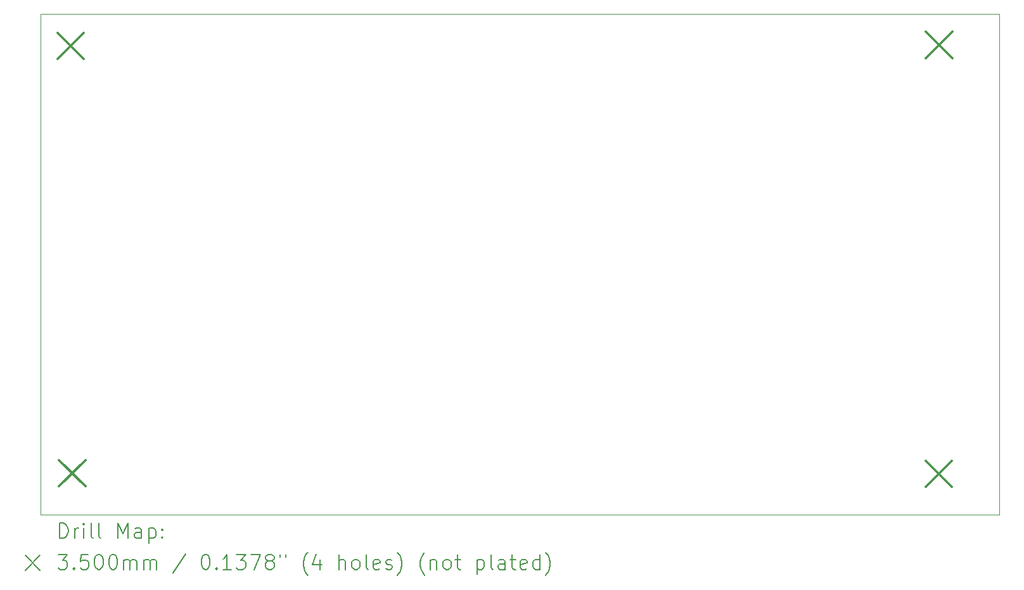
<source format=gbr>
%TF.GenerationSoftware,KiCad,Pcbnew,7.0.5*%
%TF.CreationDate,2023-11-27T09:45:24+05:30*%
%TF.ProjectId,Precharge circuit,50726563-6861-4726-9765-206369726375,rev?*%
%TF.SameCoordinates,Original*%
%TF.FileFunction,Drillmap*%
%TF.FilePolarity,Positive*%
%FSLAX45Y45*%
G04 Gerber Fmt 4.5, Leading zero omitted, Abs format (unit mm)*
G04 Created by KiCad (PCBNEW 7.0.5) date 2023-11-27 09:45:24*
%MOMM*%
%LPD*%
G01*
G04 APERTURE LIST*
%ADD10C,0.100000*%
%ADD11C,0.200000*%
%ADD12C,0.350000*%
G04 APERTURE END LIST*
D10*
X2851150Y-3009900D02*
X15660370Y-3009900D01*
X15660370Y-9702800D01*
X2851150Y-9702800D01*
X2851150Y-3009900D01*
D11*
D12*
X3078740Y-3264160D02*
X3428740Y-3614160D01*
X3428740Y-3264160D02*
X3078740Y-3614160D01*
X3101600Y-8976620D02*
X3451600Y-9326620D01*
X3451600Y-8976620D02*
X3101600Y-9326620D01*
X14681460Y-8986780D02*
X15031460Y-9336780D01*
X15031460Y-8986780D02*
X14681460Y-9336780D01*
X14684000Y-3248920D02*
X15034000Y-3598920D01*
X15034000Y-3248920D02*
X14684000Y-3598920D01*
D11*
X3106927Y-10019284D02*
X3106927Y-9819284D01*
X3106927Y-9819284D02*
X3154546Y-9819284D01*
X3154546Y-9819284D02*
X3183117Y-9828808D01*
X3183117Y-9828808D02*
X3202165Y-9847855D01*
X3202165Y-9847855D02*
X3211689Y-9866903D01*
X3211689Y-9866903D02*
X3221212Y-9904998D01*
X3221212Y-9904998D02*
X3221212Y-9933570D01*
X3221212Y-9933570D02*
X3211689Y-9971665D01*
X3211689Y-9971665D02*
X3202165Y-9990712D01*
X3202165Y-9990712D02*
X3183117Y-10009760D01*
X3183117Y-10009760D02*
X3154546Y-10019284D01*
X3154546Y-10019284D02*
X3106927Y-10019284D01*
X3306927Y-10019284D02*
X3306927Y-9885950D01*
X3306927Y-9924046D02*
X3316451Y-9904998D01*
X3316451Y-9904998D02*
X3325974Y-9895474D01*
X3325974Y-9895474D02*
X3345022Y-9885950D01*
X3345022Y-9885950D02*
X3364070Y-9885950D01*
X3430736Y-10019284D02*
X3430736Y-9885950D01*
X3430736Y-9819284D02*
X3421212Y-9828808D01*
X3421212Y-9828808D02*
X3430736Y-9838331D01*
X3430736Y-9838331D02*
X3440260Y-9828808D01*
X3440260Y-9828808D02*
X3430736Y-9819284D01*
X3430736Y-9819284D02*
X3430736Y-9838331D01*
X3554546Y-10019284D02*
X3535498Y-10009760D01*
X3535498Y-10009760D02*
X3525974Y-9990712D01*
X3525974Y-9990712D02*
X3525974Y-9819284D01*
X3659308Y-10019284D02*
X3640260Y-10009760D01*
X3640260Y-10009760D02*
X3630736Y-9990712D01*
X3630736Y-9990712D02*
X3630736Y-9819284D01*
X3887879Y-10019284D02*
X3887879Y-9819284D01*
X3887879Y-9819284D02*
X3954546Y-9962141D01*
X3954546Y-9962141D02*
X4021212Y-9819284D01*
X4021212Y-9819284D02*
X4021212Y-10019284D01*
X4202165Y-10019284D02*
X4202165Y-9914522D01*
X4202165Y-9914522D02*
X4192641Y-9895474D01*
X4192641Y-9895474D02*
X4173593Y-9885950D01*
X4173593Y-9885950D02*
X4135498Y-9885950D01*
X4135498Y-9885950D02*
X4116451Y-9895474D01*
X4202165Y-10009760D02*
X4183117Y-10019284D01*
X4183117Y-10019284D02*
X4135498Y-10019284D01*
X4135498Y-10019284D02*
X4116451Y-10009760D01*
X4116451Y-10009760D02*
X4106927Y-9990712D01*
X4106927Y-9990712D02*
X4106927Y-9971665D01*
X4106927Y-9971665D02*
X4116451Y-9952617D01*
X4116451Y-9952617D02*
X4135498Y-9943093D01*
X4135498Y-9943093D02*
X4183117Y-9943093D01*
X4183117Y-9943093D02*
X4202165Y-9933570D01*
X4297403Y-9885950D02*
X4297403Y-10085950D01*
X4297403Y-9895474D02*
X4316451Y-9885950D01*
X4316451Y-9885950D02*
X4354546Y-9885950D01*
X4354546Y-9885950D02*
X4373594Y-9895474D01*
X4373594Y-9895474D02*
X4383117Y-9904998D01*
X4383117Y-9904998D02*
X4392641Y-9924046D01*
X4392641Y-9924046D02*
X4392641Y-9981189D01*
X4392641Y-9981189D02*
X4383117Y-10000236D01*
X4383117Y-10000236D02*
X4373594Y-10009760D01*
X4373594Y-10009760D02*
X4354546Y-10019284D01*
X4354546Y-10019284D02*
X4316451Y-10019284D01*
X4316451Y-10019284D02*
X4297403Y-10009760D01*
X4478355Y-10000236D02*
X4487879Y-10009760D01*
X4487879Y-10009760D02*
X4478355Y-10019284D01*
X4478355Y-10019284D02*
X4468832Y-10009760D01*
X4468832Y-10009760D02*
X4478355Y-10000236D01*
X4478355Y-10000236D02*
X4478355Y-10019284D01*
X4478355Y-9895474D02*
X4487879Y-9904998D01*
X4487879Y-9904998D02*
X4478355Y-9914522D01*
X4478355Y-9914522D02*
X4468832Y-9904998D01*
X4468832Y-9904998D02*
X4478355Y-9895474D01*
X4478355Y-9895474D02*
X4478355Y-9914522D01*
X2646150Y-10247800D02*
X2846150Y-10447800D01*
X2846150Y-10247800D02*
X2646150Y-10447800D01*
X3087879Y-10239284D02*
X3211689Y-10239284D01*
X3211689Y-10239284D02*
X3145022Y-10315474D01*
X3145022Y-10315474D02*
X3173593Y-10315474D01*
X3173593Y-10315474D02*
X3192641Y-10324998D01*
X3192641Y-10324998D02*
X3202165Y-10334522D01*
X3202165Y-10334522D02*
X3211689Y-10353570D01*
X3211689Y-10353570D02*
X3211689Y-10401189D01*
X3211689Y-10401189D02*
X3202165Y-10420236D01*
X3202165Y-10420236D02*
X3192641Y-10429760D01*
X3192641Y-10429760D02*
X3173593Y-10439284D01*
X3173593Y-10439284D02*
X3116451Y-10439284D01*
X3116451Y-10439284D02*
X3097403Y-10429760D01*
X3097403Y-10429760D02*
X3087879Y-10420236D01*
X3297403Y-10420236D02*
X3306927Y-10429760D01*
X3306927Y-10429760D02*
X3297403Y-10439284D01*
X3297403Y-10439284D02*
X3287879Y-10429760D01*
X3287879Y-10429760D02*
X3297403Y-10420236D01*
X3297403Y-10420236D02*
X3297403Y-10439284D01*
X3487879Y-10239284D02*
X3392641Y-10239284D01*
X3392641Y-10239284D02*
X3383117Y-10334522D01*
X3383117Y-10334522D02*
X3392641Y-10324998D01*
X3392641Y-10324998D02*
X3411689Y-10315474D01*
X3411689Y-10315474D02*
X3459308Y-10315474D01*
X3459308Y-10315474D02*
X3478355Y-10324998D01*
X3478355Y-10324998D02*
X3487879Y-10334522D01*
X3487879Y-10334522D02*
X3497403Y-10353570D01*
X3497403Y-10353570D02*
X3497403Y-10401189D01*
X3497403Y-10401189D02*
X3487879Y-10420236D01*
X3487879Y-10420236D02*
X3478355Y-10429760D01*
X3478355Y-10429760D02*
X3459308Y-10439284D01*
X3459308Y-10439284D02*
X3411689Y-10439284D01*
X3411689Y-10439284D02*
X3392641Y-10429760D01*
X3392641Y-10429760D02*
X3383117Y-10420236D01*
X3621212Y-10239284D02*
X3640260Y-10239284D01*
X3640260Y-10239284D02*
X3659308Y-10248808D01*
X3659308Y-10248808D02*
X3668832Y-10258331D01*
X3668832Y-10258331D02*
X3678355Y-10277379D01*
X3678355Y-10277379D02*
X3687879Y-10315474D01*
X3687879Y-10315474D02*
X3687879Y-10363093D01*
X3687879Y-10363093D02*
X3678355Y-10401189D01*
X3678355Y-10401189D02*
X3668832Y-10420236D01*
X3668832Y-10420236D02*
X3659308Y-10429760D01*
X3659308Y-10429760D02*
X3640260Y-10439284D01*
X3640260Y-10439284D02*
X3621212Y-10439284D01*
X3621212Y-10439284D02*
X3602165Y-10429760D01*
X3602165Y-10429760D02*
X3592641Y-10420236D01*
X3592641Y-10420236D02*
X3583117Y-10401189D01*
X3583117Y-10401189D02*
X3573593Y-10363093D01*
X3573593Y-10363093D02*
X3573593Y-10315474D01*
X3573593Y-10315474D02*
X3583117Y-10277379D01*
X3583117Y-10277379D02*
X3592641Y-10258331D01*
X3592641Y-10258331D02*
X3602165Y-10248808D01*
X3602165Y-10248808D02*
X3621212Y-10239284D01*
X3811689Y-10239284D02*
X3830736Y-10239284D01*
X3830736Y-10239284D02*
X3849784Y-10248808D01*
X3849784Y-10248808D02*
X3859308Y-10258331D01*
X3859308Y-10258331D02*
X3868832Y-10277379D01*
X3868832Y-10277379D02*
X3878355Y-10315474D01*
X3878355Y-10315474D02*
X3878355Y-10363093D01*
X3878355Y-10363093D02*
X3868832Y-10401189D01*
X3868832Y-10401189D02*
X3859308Y-10420236D01*
X3859308Y-10420236D02*
X3849784Y-10429760D01*
X3849784Y-10429760D02*
X3830736Y-10439284D01*
X3830736Y-10439284D02*
X3811689Y-10439284D01*
X3811689Y-10439284D02*
X3792641Y-10429760D01*
X3792641Y-10429760D02*
X3783117Y-10420236D01*
X3783117Y-10420236D02*
X3773593Y-10401189D01*
X3773593Y-10401189D02*
X3764070Y-10363093D01*
X3764070Y-10363093D02*
X3764070Y-10315474D01*
X3764070Y-10315474D02*
X3773593Y-10277379D01*
X3773593Y-10277379D02*
X3783117Y-10258331D01*
X3783117Y-10258331D02*
X3792641Y-10248808D01*
X3792641Y-10248808D02*
X3811689Y-10239284D01*
X3964070Y-10439284D02*
X3964070Y-10305950D01*
X3964070Y-10324998D02*
X3973593Y-10315474D01*
X3973593Y-10315474D02*
X3992641Y-10305950D01*
X3992641Y-10305950D02*
X4021213Y-10305950D01*
X4021213Y-10305950D02*
X4040260Y-10315474D01*
X4040260Y-10315474D02*
X4049784Y-10334522D01*
X4049784Y-10334522D02*
X4049784Y-10439284D01*
X4049784Y-10334522D02*
X4059308Y-10315474D01*
X4059308Y-10315474D02*
X4078355Y-10305950D01*
X4078355Y-10305950D02*
X4106927Y-10305950D01*
X4106927Y-10305950D02*
X4125974Y-10315474D01*
X4125974Y-10315474D02*
X4135498Y-10334522D01*
X4135498Y-10334522D02*
X4135498Y-10439284D01*
X4230736Y-10439284D02*
X4230736Y-10305950D01*
X4230736Y-10324998D02*
X4240260Y-10315474D01*
X4240260Y-10315474D02*
X4259308Y-10305950D01*
X4259308Y-10305950D02*
X4287879Y-10305950D01*
X4287879Y-10305950D02*
X4306927Y-10315474D01*
X4306927Y-10315474D02*
X4316451Y-10334522D01*
X4316451Y-10334522D02*
X4316451Y-10439284D01*
X4316451Y-10334522D02*
X4325975Y-10315474D01*
X4325975Y-10315474D02*
X4345022Y-10305950D01*
X4345022Y-10305950D02*
X4373594Y-10305950D01*
X4373594Y-10305950D02*
X4392641Y-10315474D01*
X4392641Y-10315474D02*
X4402165Y-10334522D01*
X4402165Y-10334522D02*
X4402165Y-10439284D01*
X4792641Y-10229760D02*
X4621213Y-10486903D01*
X5049784Y-10239284D02*
X5068832Y-10239284D01*
X5068832Y-10239284D02*
X5087879Y-10248808D01*
X5087879Y-10248808D02*
X5097403Y-10258331D01*
X5097403Y-10258331D02*
X5106927Y-10277379D01*
X5106927Y-10277379D02*
X5116451Y-10315474D01*
X5116451Y-10315474D02*
X5116451Y-10363093D01*
X5116451Y-10363093D02*
X5106927Y-10401189D01*
X5106927Y-10401189D02*
X5097403Y-10420236D01*
X5097403Y-10420236D02*
X5087879Y-10429760D01*
X5087879Y-10429760D02*
X5068832Y-10439284D01*
X5068832Y-10439284D02*
X5049784Y-10439284D01*
X5049784Y-10439284D02*
X5030737Y-10429760D01*
X5030737Y-10429760D02*
X5021213Y-10420236D01*
X5021213Y-10420236D02*
X5011689Y-10401189D01*
X5011689Y-10401189D02*
X5002165Y-10363093D01*
X5002165Y-10363093D02*
X5002165Y-10315474D01*
X5002165Y-10315474D02*
X5011689Y-10277379D01*
X5011689Y-10277379D02*
X5021213Y-10258331D01*
X5021213Y-10258331D02*
X5030737Y-10248808D01*
X5030737Y-10248808D02*
X5049784Y-10239284D01*
X5202165Y-10420236D02*
X5211689Y-10429760D01*
X5211689Y-10429760D02*
X5202165Y-10439284D01*
X5202165Y-10439284D02*
X5192641Y-10429760D01*
X5192641Y-10429760D02*
X5202165Y-10420236D01*
X5202165Y-10420236D02*
X5202165Y-10439284D01*
X5402165Y-10439284D02*
X5287879Y-10439284D01*
X5345022Y-10439284D02*
X5345022Y-10239284D01*
X5345022Y-10239284D02*
X5325975Y-10267855D01*
X5325975Y-10267855D02*
X5306927Y-10286903D01*
X5306927Y-10286903D02*
X5287879Y-10296427D01*
X5468832Y-10239284D02*
X5592641Y-10239284D01*
X5592641Y-10239284D02*
X5525975Y-10315474D01*
X5525975Y-10315474D02*
X5554546Y-10315474D01*
X5554546Y-10315474D02*
X5573594Y-10324998D01*
X5573594Y-10324998D02*
X5583118Y-10334522D01*
X5583118Y-10334522D02*
X5592641Y-10353570D01*
X5592641Y-10353570D02*
X5592641Y-10401189D01*
X5592641Y-10401189D02*
X5583118Y-10420236D01*
X5583118Y-10420236D02*
X5573594Y-10429760D01*
X5573594Y-10429760D02*
X5554546Y-10439284D01*
X5554546Y-10439284D02*
X5497403Y-10439284D01*
X5497403Y-10439284D02*
X5478356Y-10429760D01*
X5478356Y-10429760D02*
X5468832Y-10420236D01*
X5659308Y-10239284D02*
X5792641Y-10239284D01*
X5792641Y-10239284D02*
X5706927Y-10439284D01*
X5897403Y-10324998D02*
X5878356Y-10315474D01*
X5878356Y-10315474D02*
X5868832Y-10305950D01*
X5868832Y-10305950D02*
X5859308Y-10286903D01*
X5859308Y-10286903D02*
X5859308Y-10277379D01*
X5859308Y-10277379D02*
X5868832Y-10258331D01*
X5868832Y-10258331D02*
X5878356Y-10248808D01*
X5878356Y-10248808D02*
X5897403Y-10239284D01*
X5897403Y-10239284D02*
X5935498Y-10239284D01*
X5935498Y-10239284D02*
X5954546Y-10248808D01*
X5954546Y-10248808D02*
X5964070Y-10258331D01*
X5964070Y-10258331D02*
X5973594Y-10277379D01*
X5973594Y-10277379D02*
X5973594Y-10286903D01*
X5973594Y-10286903D02*
X5964070Y-10305950D01*
X5964070Y-10305950D02*
X5954546Y-10315474D01*
X5954546Y-10315474D02*
X5935498Y-10324998D01*
X5935498Y-10324998D02*
X5897403Y-10324998D01*
X5897403Y-10324998D02*
X5878356Y-10334522D01*
X5878356Y-10334522D02*
X5868832Y-10344046D01*
X5868832Y-10344046D02*
X5859308Y-10363093D01*
X5859308Y-10363093D02*
X5859308Y-10401189D01*
X5859308Y-10401189D02*
X5868832Y-10420236D01*
X5868832Y-10420236D02*
X5878356Y-10429760D01*
X5878356Y-10429760D02*
X5897403Y-10439284D01*
X5897403Y-10439284D02*
X5935498Y-10439284D01*
X5935498Y-10439284D02*
X5954546Y-10429760D01*
X5954546Y-10429760D02*
X5964070Y-10420236D01*
X5964070Y-10420236D02*
X5973594Y-10401189D01*
X5973594Y-10401189D02*
X5973594Y-10363093D01*
X5973594Y-10363093D02*
X5964070Y-10344046D01*
X5964070Y-10344046D02*
X5954546Y-10334522D01*
X5954546Y-10334522D02*
X5935498Y-10324998D01*
X6049784Y-10239284D02*
X6049784Y-10277379D01*
X6125975Y-10239284D02*
X6125975Y-10277379D01*
X6421213Y-10515474D02*
X6411689Y-10505950D01*
X6411689Y-10505950D02*
X6392641Y-10477379D01*
X6392641Y-10477379D02*
X6383118Y-10458331D01*
X6383118Y-10458331D02*
X6373594Y-10429760D01*
X6373594Y-10429760D02*
X6364070Y-10382141D01*
X6364070Y-10382141D02*
X6364070Y-10344046D01*
X6364070Y-10344046D02*
X6373594Y-10296427D01*
X6373594Y-10296427D02*
X6383118Y-10267855D01*
X6383118Y-10267855D02*
X6392641Y-10248808D01*
X6392641Y-10248808D02*
X6411689Y-10220236D01*
X6411689Y-10220236D02*
X6421213Y-10210712D01*
X6583118Y-10305950D02*
X6583118Y-10439284D01*
X6535498Y-10229760D02*
X6487879Y-10372617D01*
X6487879Y-10372617D02*
X6611689Y-10372617D01*
X6840260Y-10439284D02*
X6840260Y-10239284D01*
X6925975Y-10439284D02*
X6925975Y-10334522D01*
X6925975Y-10334522D02*
X6916451Y-10315474D01*
X6916451Y-10315474D02*
X6897403Y-10305950D01*
X6897403Y-10305950D02*
X6868832Y-10305950D01*
X6868832Y-10305950D02*
X6849784Y-10315474D01*
X6849784Y-10315474D02*
X6840260Y-10324998D01*
X7049784Y-10439284D02*
X7030737Y-10429760D01*
X7030737Y-10429760D02*
X7021213Y-10420236D01*
X7021213Y-10420236D02*
X7011689Y-10401189D01*
X7011689Y-10401189D02*
X7011689Y-10344046D01*
X7011689Y-10344046D02*
X7021213Y-10324998D01*
X7021213Y-10324998D02*
X7030737Y-10315474D01*
X7030737Y-10315474D02*
X7049784Y-10305950D01*
X7049784Y-10305950D02*
X7078356Y-10305950D01*
X7078356Y-10305950D02*
X7097403Y-10315474D01*
X7097403Y-10315474D02*
X7106927Y-10324998D01*
X7106927Y-10324998D02*
X7116451Y-10344046D01*
X7116451Y-10344046D02*
X7116451Y-10401189D01*
X7116451Y-10401189D02*
X7106927Y-10420236D01*
X7106927Y-10420236D02*
X7097403Y-10429760D01*
X7097403Y-10429760D02*
X7078356Y-10439284D01*
X7078356Y-10439284D02*
X7049784Y-10439284D01*
X7230737Y-10439284D02*
X7211689Y-10429760D01*
X7211689Y-10429760D02*
X7202165Y-10410712D01*
X7202165Y-10410712D02*
X7202165Y-10239284D01*
X7383118Y-10429760D02*
X7364070Y-10439284D01*
X7364070Y-10439284D02*
X7325975Y-10439284D01*
X7325975Y-10439284D02*
X7306927Y-10429760D01*
X7306927Y-10429760D02*
X7297403Y-10410712D01*
X7297403Y-10410712D02*
X7297403Y-10334522D01*
X7297403Y-10334522D02*
X7306927Y-10315474D01*
X7306927Y-10315474D02*
X7325975Y-10305950D01*
X7325975Y-10305950D02*
X7364070Y-10305950D01*
X7364070Y-10305950D02*
X7383118Y-10315474D01*
X7383118Y-10315474D02*
X7392641Y-10334522D01*
X7392641Y-10334522D02*
X7392641Y-10353570D01*
X7392641Y-10353570D02*
X7297403Y-10372617D01*
X7468832Y-10429760D02*
X7487880Y-10439284D01*
X7487880Y-10439284D02*
X7525975Y-10439284D01*
X7525975Y-10439284D02*
X7545022Y-10429760D01*
X7545022Y-10429760D02*
X7554546Y-10410712D01*
X7554546Y-10410712D02*
X7554546Y-10401189D01*
X7554546Y-10401189D02*
X7545022Y-10382141D01*
X7545022Y-10382141D02*
X7525975Y-10372617D01*
X7525975Y-10372617D02*
X7497403Y-10372617D01*
X7497403Y-10372617D02*
X7478356Y-10363093D01*
X7478356Y-10363093D02*
X7468832Y-10344046D01*
X7468832Y-10344046D02*
X7468832Y-10334522D01*
X7468832Y-10334522D02*
X7478356Y-10315474D01*
X7478356Y-10315474D02*
X7497403Y-10305950D01*
X7497403Y-10305950D02*
X7525975Y-10305950D01*
X7525975Y-10305950D02*
X7545022Y-10315474D01*
X7621213Y-10515474D02*
X7630737Y-10505950D01*
X7630737Y-10505950D02*
X7649784Y-10477379D01*
X7649784Y-10477379D02*
X7659308Y-10458331D01*
X7659308Y-10458331D02*
X7668832Y-10429760D01*
X7668832Y-10429760D02*
X7678356Y-10382141D01*
X7678356Y-10382141D02*
X7678356Y-10344046D01*
X7678356Y-10344046D02*
X7668832Y-10296427D01*
X7668832Y-10296427D02*
X7659308Y-10267855D01*
X7659308Y-10267855D02*
X7649784Y-10248808D01*
X7649784Y-10248808D02*
X7630737Y-10220236D01*
X7630737Y-10220236D02*
X7621213Y-10210712D01*
X7983118Y-10515474D02*
X7973594Y-10505950D01*
X7973594Y-10505950D02*
X7954546Y-10477379D01*
X7954546Y-10477379D02*
X7945022Y-10458331D01*
X7945022Y-10458331D02*
X7935499Y-10429760D01*
X7935499Y-10429760D02*
X7925975Y-10382141D01*
X7925975Y-10382141D02*
X7925975Y-10344046D01*
X7925975Y-10344046D02*
X7935499Y-10296427D01*
X7935499Y-10296427D02*
X7945022Y-10267855D01*
X7945022Y-10267855D02*
X7954546Y-10248808D01*
X7954546Y-10248808D02*
X7973594Y-10220236D01*
X7973594Y-10220236D02*
X7983118Y-10210712D01*
X8059308Y-10305950D02*
X8059308Y-10439284D01*
X8059308Y-10324998D02*
X8068832Y-10315474D01*
X8068832Y-10315474D02*
X8087880Y-10305950D01*
X8087880Y-10305950D02*
X8116451Y-10305950D01*
X8116451Y-10305950D02*
X8135499Y-10315474D01*
X8135499Y-10315474D02*
X8145022Y-10334522D01*
X8145022Y-10334522D02*
X8145022Y-10439284D01*
X8268832Y-10439284D02*
X8249784Y-10429760D01*
X8249784Y-10429760D02*
X8240261Y-10420236D01*
X8240261Y-10420236D02*
X8230737Y-10401189D01*
X8230737Y-10401189D02*
X8230737Y-10344046D01*
X8230737Y-10344046D02*
X8240261Y-10324998D01*
X8240261Y-10324998D02*
X8249784Y-10315474D01*
X8249784Y-10315474D02*
X8268832Y-10305950D01*
X8268832Y-10305950D02*
X8297403Y-10305950D01*
X8297403Y-10305950D02*
X8316451Y-10315474D01*
X8316451Y-10315474D02*
X8325975Y-10324998D01*
X8325975Y-10324998D02*
X8335499Y-10344046D01*
X8335499Y-10344046D02*
X8335499Y-10401189D01*
X8335499Y-10401189D02*
X8325975Y-10420236D01*
X8325975Y-10420236D02*
X8316451Y-10429760D01*
X8316451Y-10429760D02*
X8297403Y-10439284D01*
X8297403Y-10439284D02*
X8268832Y-10439284D01*
X8392642Y-10305950D02*
X8468832Y-10305950D01*
X8421213Y-10239284D02*
X8421213Y-10410712D01*
X8421213Y-10410712D02*
X8430737Y-10429760D01*
X8430737Y-10429760D02*
X8449784Y-10439284D01*
X8449784Y-10439284D02*
X8468832Y-10439284D01*
X8687880Y-10305950D02*
X8687880Y-10505950D01*
X8687880Y-10315474D02*
X8706927Y-10305950D01*
X8706927Y-10305950D02*
X8745023Y-10305950D01*
X8745023Y-10305950D02*
X8764070Y-10315474D01*
X8764070Y-10315474D02*
X8773594Y-10324998D01*
X8773594Y-10324998D02*
X8783118Y-10344046D01*
X8783118Y-10344046D02*
X8783118Y-10401189D01*
X8783118Y-10401189D02*
X8773594Y-10420236D01*
X8773594Y-10420236D02*
X8764070Y-10429760D01*
X8764070Y-10429760D02*
X8745023Y-10439284D01*
X8745023Y-10439284D02*
X8706927Y-10439284D01*
X8706927Y-10439284D02*
X8687880Y-10429760D01*
X8897404Y-10439284D02*
X8878356Y-10429760D01*
X8878356Y-10429760D02*
X8868832Y-10410712D01*
X8868832Y-10410712D02*
X8868832Y-10239284D01*
X9059308Y-10439284D02*
X9059308Y-10334522D01*
X9059308Y-10334522D02*
X9049785Y-10315474D01*
X9049785Y-10315474D02*
X9030737Y-10305950D01*
X9030737Y-10305950D02*
X8992642Y-10305950D01*
X8992642Y-10305950D02*
X8973594Y-10315474D01*
X9059308Y-10429760D02*
X9040261Y-10439284D01*
X9040261Y-10439284D02*
X8992642Y-10439284D01*
X8992642Y-10439284D02*
X8973594Y-10429760D01*
X8973594Y-10429760D02*
X8964070Y-10410712D01*
X8964070Y-10410712D02*
X8964070Y-10391665D01*
X8964070Y-10391665D02*
X8973594Y-10372617D01*
X8973594Y-10372617D02*
X8992642Y-10363093D01*
X8992642Y-10363093D02*
X9040261Y-10363093D01*
X9040261Y-10363093D02*
X9059308Y-10353570D01*
X9125975Y-10305950D02*
X9202165Y-10305950D01*
X9154546Y-10239284D02*
X9154546Y-10410712D01*
X9154546Y-10410712D02*
X9164070Y-10429760D01*
X9164070Y-10429760D02*
X9183118Y-10439284D01*
X9183118Y-10439284D02*
X9202165Y-10439284D01*
X9345023Y-10429760D02*
X9325975Y-10439284D01*
X9325975Y-10439284D02*
X9287880Y-10439284D01*
X9287880Y-10439284D02*
X9268832Y-10429760D01*
X9268832Y-10429760D02*
X9259308Y-10410712D01*
X9259308Y-10410712D02*
X9259308Y-10334522D01*
X9259308Y-10334522D02*
X9268832Y-10315474D01*
X9268832Y-10315474D02*
X9287880Y-10305950D01*
X9287880Y-10305950D02*
X9325975Y-10305950D01*
X9325975Y-10305950D02*
X9345023Y-10315474D01*
X9345023Y-10315474D02*
X9354546Y-10334522D01*
X9354546Y-10334522D02*
X9354546Y-10353570D01*
X9354546Y-10353570D02*
X9259308Y-10372617D01*
X9525975Y-10439284D02*
X9525975Y-10239284D01*
X9525975Y-10429760D02*
X9506927Y-10439284D01*
X9506927Y-10439284D02*
X9468832Y-10439284D01*
X9468832Y-10439284D02*
X9449785Y-10429760D01*
X9449785Y-10429760D02*
X9440261Y-10420236D01*
X9440261Y-10420236D02*
X9430737Y-10401189D01*
X9430737Y-10401189D02*
X9430737Y-10344046D01*
X9430737Y-10344046D02*
X9440261Y-10324998D01*
X9440261Y-10324998D02*
X9449785Y-10315474D01*
X9449785Y-10315474D02*
X9468832Y-10305950D01*
X9468832Y-10305950D02*
X9506927Y-10305950D01*
X9506927Y-10305950D02*
X9525975Y-10315474D01*
X9602166Y-10515474D02*
X9611689Y-10505950D01*
X9611689Y-10505950D02*
X9630737Y-10477379D01*
X9630737Y-10477379D02*
X9640261Y-10458331D01*
X9640261Y-10458331D02*
X9649785Y-10429760D01*
X9649785Y-10429760D02*
X9659308Y-10382141D01*
X9659308Y-10382141D02*
X9659308Y-10344046D01*
X9659308Y-10344046D02*
X9649785Y-10296427D01*
X9649785Y-10296427D02*
X9640261Y-10267855D01*
X9640261Y-10267855D02*
X9630737Y-10248808D01*
X9630737Y-10248808D02*
X9611689Y-10220236D01*
X9611689Y-10220236D02*
X9602166Y-10210712D01*
M02*

</source>
